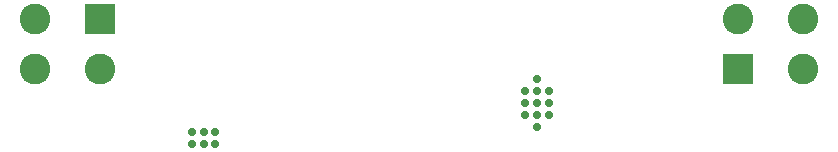
<source format=gbs>
G04*
G04 #@! TF.GenerationSoftware,Altium Limited,Altium Designer,19.1.6 (110)*
G04*
G04 Layer_Color=16711935*
%FSLAX43Y43*%
%MOMM*%
G71*
G01*
G75*
%ADD33C,2.600*%
%ADD34R,2.600X2.600*%
%ADD58C,0.700*%
D33*
X118750Y91400D02*
D03*
Y95600D02*
D03*
X113250D02*
D03*
X53750D02*
D03*
Y91400D02*
D03*
X59250D02*
D03*
D34*
X113250D02*
D03*
X59250Y95600D02*
D03*
D58*
X96200Y90500D02*
D03*
Y86500D02*
D03*
X97200Y87500D02*
D03*
X95200D02*
D03*
Y88500D02*
D03*
X97200D02*
D03*
X96200Y87500D02*
D03*
Y88500D02*
D03*
X97200Y89500D02*
D03*
X96200D02*
D03*
X95200D02*
D03*
X69000Y85000D02*
D03*
X67000D02*
D03*
X68000D02*
D03*
X69000Y86000D02*
D03*
X68000D02*
D03*
X67000D02*
D03*
M02*

</source>
